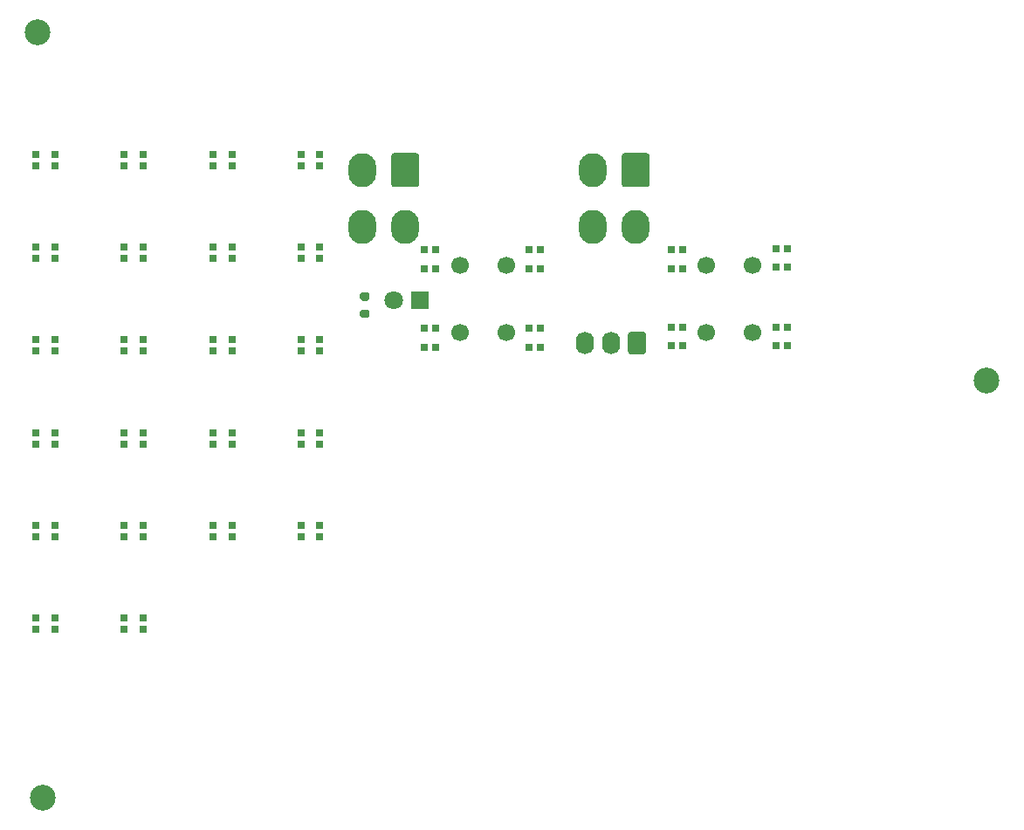
<source format=gbr>
%TF.GenerationSoftware,KiCad,Pcbnew,(5.1.9)-1*%
%TF.CreationDate,2021-09-17T08:36:41-06:00*%
%TF.ProjectId,ewi_v3,6577695f-7633-42e6-9b69-6361645f7063,rev?*%
%TF.SameCoordinates,Original*%
%TF.FileFunction,Soldermask,Top*%
%TF.FilePolarity,Negative*%
%FSLAX46Y46*%
G04 Gerber Fmt 4.6, Leading zero omitted, Abs format (unit mm)*
G04 Created by KiCad (PCBNEW (5.1.9)-1) date 2021-09-17 08:36:41*
%MOMM*%
%LPD*%
G01*
G04 APERTURE LIST*
%ADD10C,1.700000*%
%ADD11O,1.740000X2.190000*%
%ADD12O,2.700000X3.300000*%
%ADD13C,2.500000*%
%ADD14R,0.700000X0.700000*%
%ADD15C,1.800000*%
%ADD16R,1.800000X1.800000*%
G04 APERTURE END LIST*
D10*
%TO.C,SW2*%
X148842849Y-82075596D03*
X148842849Y-88575596D03*
X144342849Y-82075596D03*
X144342849Y-88575596D03*
%TD*%
%TO.C,SW1*%
X168223049Y-88603396D03*
X168223049Y-82103396D03*
X172723049Y-88603396D03*
X172723049Y-82103396D03*
%TD*%
%TO.C,R1*%
G36*
G01*
X134854050Y-86362195D02*
X135404050Y-86362195D01*
G75*
G02*
X135604050Y-86562195I0J-200000D01*
G01*
X135604050Y-86962195D01*
G75*
G02*
X135404050Y-87162195I-200000J0D01*
G01*
X134854050Y-87162195D01*
G75*
G02*
X134654050Y-86962195I0J200000D01*
G01*
X134654050Y-86562195D01*
G75*
G02*
X134854050Y-86362195I200000J0D01*
G01*
G37*
G36*
G01*
X134854050Y-84712195D02*
X135404050Y-84712195D01*
G75*
G02*
X135604050Y-84912195I0J-200000D01*
G01*
X135604050Y-85312195D01*
G75*
G02*
X135404050Y-85512195I-200000J0D01*
G01*
X134854050Y-85512195D01*
G75*
G02*
X134654050Y-85312195I0J200000D01*
G01*
X134654050Y-84912195D01*
G75*
G02*
X134854050Y-84712195I200000J0D01*
G01*
G37*
%TD*%
D11*
%TO.C,J3*%
X156451300Y-89623143D03*
X158991300Y-89623143D03*
G36*
G01*
X162401300Y-88778142D02*
X162401300Y-90468144D01*
G75*
G02*
X162151301Y-90718143I-249999J0D01*
G01*
X160911299Y-90718143D01*
G75*
G02*
X160661300Y-90468144I0J249999D01*
G01*
X160661300Y-88778142D01*
G75*
G02*
X160911299Y-88528143I249999J0D01*
G01*
X162151301Y-88528143D01*
G75*
G02*
X162401300Y-88778142I0J-249999D01*
G01*
G37*
%TD*%
D12*
%TO.C,J2*%
X134861300Y-78344144D03*
X139061300Y-78344144D03*
X134861300Y-72844144D03*
G36*
G01*
X140411300Y-71444145D02*
X140411300Y-74244143D01*
G75*
G02*
X140161299Y-74494144I-250001J0D01*
G01*
X137961301Y-74494144D01*
G75*
G02*
X137711300Y-74244143I0J250001D01*
G01*
X137711300Y-71444145D01*
G75*
G02*
X137961301Y-71194144I250001J0D01*
G01*
X140161299Y-71194144D01*
G75*
G02*
X140411300Y-71444145I0J-250001D01*
G01*
G37*
%TD*%
%TO.C,J1*%
X157213300Y-78344144D03*
X161413300Y-78344144D03*
X157213300Y-72844144D03*
G36*
G01*
X162763300Y-71444145D02*
X162763300Y-74244143D01*
G75*
G02*
X162513299Y-74494144I-250001J0D01*
G01*
X160313301Y-74494144D01*
G75*
G02*
X160063300Y-74244143I0J250001D01*
G01*
X160063300Y-71444145D01*
G75*
G02*
X160313301Y-71194144I250001J0D01*
G01*
X162513299Y-71194144D01*
G75*
G02*
X162763300Y-71444145I0J-250001D01*
G01*
G37*
%TD*%
D13*
%TO.C,H3*%
X103873299Y-133692144D03*
%TD*%
%TO.C,H2*%
X195440298Y-93273658D03*
%TD*%
%TO.C,H1*%
X103365299Y-59502298D03*
%TD*%
D14*
%TO.C,D31*%
X111797499Y-117392797D03*
X111797499Y-116292797D03*
X113627499Y-116292797D03*
X113627499Y-117392797D03*
%TD*%
%TO.C,D30*%
X103263099Y-117392797D03*
X103263099Y-116292797D03*
X105093099Y-116292797D03*
X105093099Y-117392797D03*
%TD*%
%TO.C,D29*%
X105093099Y-107301197D03*
X105093099Y-108401197D03*
X103263099Y-108401197D03*
X103263099Y-107301197D03*
%TD*%
%TO.C,D28*%
X113627499Y-107301197D03*
X113627499Y-108401197D03*
X111797499Y-108401197D03*
X111797499Y-107301197D03*
%TD*%
%TO.C,D27*%
X122238099Y-107301197D03*
X122238099Y-108401197D03*
X120408099Y-108401197D03*
X120408099Y-107301197D03*
%TD*%
%TO.C,D26*%
X130772499Y-107301197D03*
X130772499Y-108401197D03*
X128942499Y-108401197D03*
X128942499Y-107301197D03*
%TD*%
%TO.C,D25*%
X128942499Y-99409597D03*
X128942499Y-98309597D03*
X130772499Y-98309597D03*
X130772499Y-99409597D03*
%TD*%
%TO.C,D24*%
X120408099Y-99409597D03*
X120408099Y-98309597D03*
X122238099Y-98309597D03*
X122238099Y-99409597D03*
%TD*%
%TO.C,D23*%
X111797499Y-99409597D03*
X111797499Y-98309597D03*
X113627499Y-98309597D03*
X113627499Y-99409597D03*
%TD*%
%TO.C,D22*%
X103263099Y-99409597D03*
X103263099Y-98309597D03*
X105093099Y-98309597D03*
X105093099Y-99409597D03*
%TD*%
%TO.C,D21*%
X105093099Y-89317997D03*
X105093099Y-90417997D03*
X103263099Y-90417997D03*
X103263099Y-89317997D03*
%TD*%
%TO.C,D20*%
X113627499Y-89317997D03*
X113627499Y-90417997D03*
X111797499Y-90417997D03*
X111797499Y-89317997D03*
%TD*%
%TO.C,D19*%
X122238099Y-89317997D03*
X122238099Y-90417997D03*
X120408099Y-90417997D03*
X120408099Y-89317997D03*
%TD*%
%TO.C,D18*%
X130772499Y-89317997D03*
X130772499Y-90417997D03*
X128942499Y-90417997D03*
X128942499Y-89317997D03*
%TD*%
%TO.C,D17*%
X128942499Y-81426398D03*
X128942499Y-80326398D03*
X130772499Y-80326398D03*
X130772499Y-81426398D03*
%TD*%
%TO.C,D16*%
X120408099Y-81426398D03*
X120408099Y-80326398D03*
X122238099Y-80326398D03*
X122238099Y-81426398D03*
%TD*%
%TO.C,D15*%
X111797499Y-81426398D03*
X111797499Y-80326398D03*
X113627499Y-80326398D03*
X113627499Y-81426398D03*
%TD*%
%TO.C,D14*%
X103263099Y-81426398D03*
X103263099Y-80326398D03*
X105093099Y-80326398D03*
X105093099Y-81426398D03*
%TD*%
%TO.C,D13*%
X105093099Y-71334798D03*
X105093099Y-72434798D03*
X103263099Y-72434798D03*
X103263099Y-71334798D03*
%TD*%
%TO.C,D12*%
X113627499Y-71334798D03*
X113627499Y-72434798D03*
X111797499Y-72434798D03*
X111797499Y-71334798D03*
%TD*%
%TO.C,D11*%
X122238099Y-71334797D03*
X122238099Y-72434797D03*
X120408099Y-72434797D03*
X120408099Y-71334797D03*
%TD*%
%TO.C,D10*%
X130772499Y-71334797D03*
X130772499Y-72434797D03*
X128942499Y-72434797D03*
X128942499Y-71334797D03*
%TD*%
%TO.C,D9*%
X142029050Y-82407195D03*
X140929050Y-82407195D03*
X140929050Y-80577195D03*
X142029050Y-80577195D03*
%TD*%
%TO.C,D8*%
X142029050Y-90027195D03*
X140929050Y-90027195D03*
X140929050Y-88197195D03*
X142029050Y-88197195D03*
%TD*%
%TO.C,D7*%
X151089050Y-88197195D03*
X152189050Y-88197195D03*
X152189050Y-90027195D03*
X151089050Y-90027195D03*
%TD*%
%TO.C,D6*%
X151089050Y-80577195D03*
X152189050Y-80577195D03*
X152189050Y-82407195D03*
X151089050Y-82407195D03*
%TD*%
%TO.C,D5*%
X165999050Y-82417195D03*
X164899050Y-82417195D03*
X164899050Y-80587195D03*
X165999050Y-80587195D03*
%TD*%
%TO.C,D4*%
X165999049Y-89907139D03*
X164899049Y-89907139D03*
X164899049Y-88077139D03*
X165999049Y-88077139D03*
%TD*%
%TO.C,D3*%
X175059049Y-88077139D03*
X176159049Y-88077139D03*
X176159049Y-89907139D03*
X175059049Y-89907139D03*
%TD*%
%TO.C,D2*%
X175059049Y-80457139D03*
X176159049Y-80457139D03*
X176159049Y-82287139D03*
X175059049Y-82287139D03*
%TD*%
D15*
%TO.C,D1*%
X137909300Y-85432143D03*
D16*
X140449300Y-85432143D03*
%TD*%
M02*

</source>
